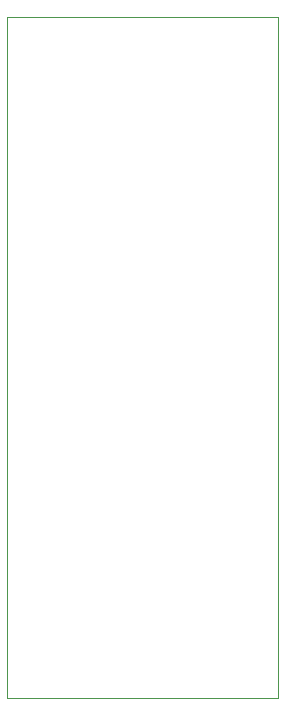
<source format=gm1>
G04 #@! TF.GenerationSoftware,KiCad,Pcbnew,(5.1.5-0-10_14)*
G04 #@! TF.CreationDate,2020-03-23T13:17:36-07:00*
G04 #@! TF.ProjectId,raptor,72617074-6f72-42e6-9b69-6361645f7063,rev?*
G04 #@! TF.SameCoordinates,Original*
G04 #@! TF.FileFunction,Profile,NP*
%FSLAX46Y46*%
G04 Gerber Fmt 4.6, Leading zero omitted, Abs format (unit mm)*
G04 Created by KiCad (PCBNEW (5.1.5-0-10_14)) date 2020-03-23 13:17:36*
%MOMM*%
%LPD*%
G04 APERTURE LIST*
%ADD10C,0.100000*%
G04 APERTURE END LIST*
D10*
X136990000Y-84030000D02*
X137060000Y-84030000D01*
X136990000Y-141700000D02*
X136990000Y-84030000D01*
X159910000Y-141700000D02*
X136990000Y-141700000D01*
X159910000Y-84030000D02*
X159910000Y-141700000D01*
X137060000Y-84030000D02*
X159910000Y-84030000D01*
M02*

</source>
